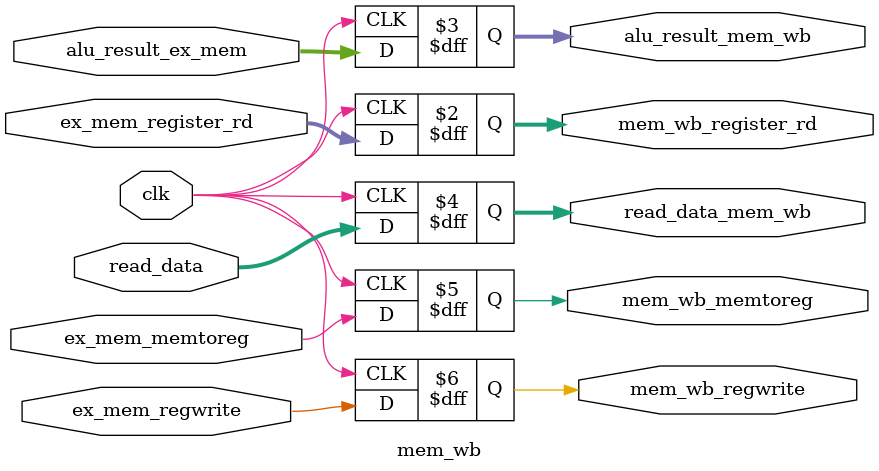
<source format=v>
`timescale 1ns / 1ps
module mem_wb(clk,ex_mem_register_rd,mem_wb_register_rd, alu_result_ex_mem,alu_result_mem_wb,read_data,read_data_mem_wb,	ex_mem_memtoreg,ex_mem_regwrite, mem_wb_memtoreg,mem_wb_regwrite);
	
	input clk;
	input wire 	ex_mem_memtoreg,ex_mem_regwrite;
	input wire [4:0] ex_mem_register_rd;
	
	input wire [31:0] alu_result_ex_mem;
	input wire [31:0] read_data;
	output reg [4:0] mem_wb_register_rd;
	output reg [31:0] alu_result_mem_wb;
	output reg [31:0] read_data_mem_wb;
	output reg  mem_wb_memtoreg,mem_wb_regwrite;
	
	always @(posedge clk)
	begin
	mem_wb_register_rd<= ex_mem_register_rd;
	alu_result_mem_wb<= alu_result_ex_mem;
	read_data_mem_wb<= read_data;
	mem_wb_memtoreg<=ex_mem_memtoreg;
   mem_wb_regwrite<= ex_mem_regwrite;	 
	end
  


endmodule



</source>
